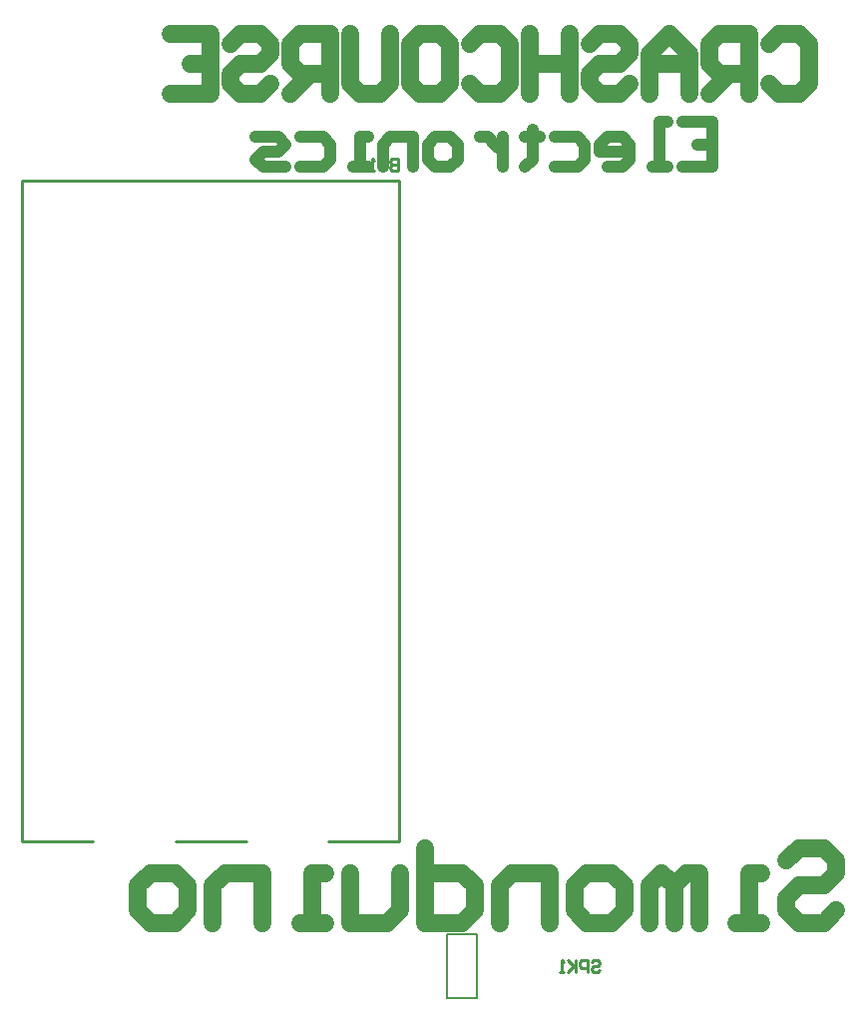
<source format=gbo>
G04 Layer_Color=13813960*
%FSAX24Y24*%
%MOIN*%
G70*
G01*
G75*
%ADD29C,0.0100*%
%ADD45C,0.0079*%
%ADD83C,0.0600*%
%ADD84C,0.0400*%
D29*
X058169Y017377D02*
X060531D01*
X053051D02*
X055413D01*
X063287D02*
X065649D01*
X053051D02*
Y039423D01*
X065649D01*
Y017377D02*
Y039423D01*
X065600Y040170D02*
Y039770D01*
X065400D01*
X065333Y039837D01*
Y039903D01*
X065400Y039970D01*
X065600D01*
X065400D01*
X065333Y040037D01*
Y040103D01*
X065400Y040170D01*
X065600D01*
X065200D02*
X064934D01*
X065067D01*
Y039770D01*
X064800D02*
X064667D01*
X064734D01*
Y040170D01*
X064800Y040103D01*
X072083Y013333D02*
X072150Y013400D01*
X072283D01*
X072350Y013333D01*
Y013267D01*
X072283Y013200D01*
X072150D01*
X072083Y013133D01*
Y013067D01*
X072150Y013000D01*
X072283D01*
X072350Y013067D01*
X071950Y013000D02*
Y013400D01*
X071750D01*
X071684Y013333D01*
Y013200D01*
X071750Y013133D01*
X071950D01*
X071550Y013400D02*
Y013000D01*
Y013133D01*
X071284Y013400D01*
X071484Y013200D01*
X071284Y013000D01*
X071150D02*
X071017D01*
X071084D01*
Y013400D01*
X071150Y013333D01*
D45*
X068248Y012125D02*
Y014275D01*
X067248Y012125D02*
X068248D01*
X067248D02*
Y014275D01*
X068248D01*
D83*
X078584Y016733D02*
X079000Y017149D01*
X079833D01*
X080250Y016733D01*
Y016316D01*
X079833Y015900D01*
X079000D01*
X078584Y015483D01*
Y015067D01*
X079000Y014650D01*
X079833D01*
X080250Y015067D01*
X077751Y014650D02*
X076918D01*
X077334D01*
Y016316D01*
X077751D01*
X075668Y014650D02*
Y016316D01*
X075252D01*
X074835Y015900D01*
Y014650D01*
Y015900D01*
X074419Y016316D01*
X074002Y015900D01*
Y014650D01*
X072752D02*
X071919D01*
X071503Y015067D01*
Y015900D01*
X071919Y016316D01*
X072752D01*
X073169Y015900D01*
Y015067D01*
X072752Y014650D01*
X070670D02*
Y016316D01*
X069420D01*
X069004Y015900D01*
Y014650D01*
X066504Y017149D02*
Y014650D01*
X067754D01*
X068171Y015067D01*
Y015900D01*
X067754Y016316D01*
X066504D01*
X065671D02*
Y015067D01*
X065255Y014650D01*
X064005D01*
Y016316D01*
X063172Y014650D02*
X062339D01*
X062756D01*
Y016316D01*
X063172D01*
X061090Y014650D02*
Y016316D01*
X059840D01*
X059423Y015900D01*
Y014650D01*
X058174D02*
X057341D01*
X056924Y015067D01*
Y015900D01*
X057341Y016316D01*
X058174D01*
X058590Y015900D01*
Y015067D01*
X058174Y014650D01*
X078017Y044016D02*
X078350Y044349D01*
X079017D01*
X079350Y044016D01*
Y042683D01*
X079017Y042350D01*
X078350D01*
X078017Y042683D01*
X077351Y042350D02*
Y044349D01*
X076351D01*
X076018Y044016D01*
Y043350D01*
X076351Y043016D01*
X077351D01*
X076684D02*
X076018Y042350D01*
X075351D02*
Y043683D01*
X074685Y044349D01*
X074018Y043683D01*
Y042350D01*
Y043350D01*
X075351D01*
X072019Y044016D02*
X072352Y044349D01*
X073019D01*
X073352Y044016D01*
Y043683D01*
X073019Y043350D01*
X072352D01*
X072019Y043016D01*
Y042683D01*
X072352Y042350D01*
X073019D01*
X073352Y042683D01*
X071353Y044349D02*
Y042350D01*
Y043350D01*
X070020D01*
Y044349D01*
Y042350D01*
X068020Y044016D02*
X068354Y044349D01*
X069020D01*
X069353Y044016D01*
Y042683D01*
X069020Y042350D01*
X068354D01*
X068020Y042683D01*
X066354Y044349D02*
X067021D01*
X067354Y044016D01*
Y042683D01*
X067021Y042350D01*
X066354D01*
X066021Y042683D01*
Y044016D01*
X066354Y044349D01*
X065355D02*
Y042683D01*
X065021Y042350D01*
X064355D01*
X064022Y042683D01*
Y044349D01*
X063355Y042350D02*
Y044349D01*
X062355D01*
X062022Y044016D01*
Y043350D01*
X062355Y043016D01*
X063355D01*
X062689D02*
X062022Y042350D01*
X060023Y044016D02*
X060356Y044349D01*
X061023D01*
X061356Y044016D01*
Y043683D01*
X061023Y043350D01*
X060356D01*
X060023Y043016D01*
Y042683D01*
X060356Y042350D01*
X061023D01*
X061356Y042683D01*
X058024Y044349D02*
X059356D01*
Y042350D01*
X058024D01*
X059356Y043350D02*
X058690D01*
D84*
X075100Y041400D02*
X076100D01*
Y039900D01*
X075100D01*
X076100Y040650D02*
X075600D01*
X074600Y039900D02*
X074101D01*
X074351D01*
Y041400D01*
X074600D01*
X072601Y039900D02*
X073101D01*
X073351Y040150D01*
Y040650D01*
X073101Y040900D01*
X072601D01*
X072351Y040650D01*
Y040400D01*
X073351D01*
X070852Y040900D02*
X071601D01*
X071851Y040650D01*
Y040150D01*
X071601Y039900D01*
X070852D01*
X070102Y041150D02*
Y040900D01*
X070352D01*
X069852D01*
X070102D01*
Y040150D01*
X069852Y039900D01*
X069102Y040900D02*
Y039900D01*
Y040400D01*
X068852Y040650D01*
X068602Y040900D01*
X068353D01*
X067353Y039900D02*
X066853D01*
X066603Y040150D01*
Y040650D01*
X066853Y040900D01*
X067353D01*
X067603Y040650D01*
Y040150D01*
X067353Y039900D01*
X066103D02*
Y040900D01*
X065353D01*
X065104Y040650D01*
Y039900D01*
X064604D02*
X064104D01*
X064354D01*
Y040900D01*
X064604D01*
X062354D02*
X063104D01*
X063354Y040650D01*
Y040150D01*
X063104Y039900D01*
X062354D01*
X061855D02*
X061105D01*
X060855Y040150D01*
X061105Y040400D01*
X061605D01*
X061855Y040650D01*
X061605Y040900D01*
X060855D01*
M02*

</source>
